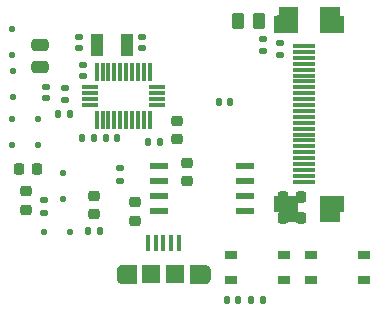
<source format=gbr>
%TF.GenerationSoftware,KiCad,Pcbnew,9.0.0*%
%TF.CreationDate,2025-05-02T09:45:38-07:00*%
%TF.ProjectId,OuterBoard_4.1,4f757465-7242-46f6-9172-645f342e312e,rev?*%
%TF.SameCoordinates,Original*%
%TF.FileFunction,Paste,Top*%
%TF.FilePolarity,Positive*%
%FSLAX46Y46*%
G04 Gerber Fmt 4.6, Leading zero omitted, Abs format (unit mm)*
G04 Created by KiCad (PCBNEW 9.0.0) date 2025-05-02 09:45:38*
%MOMM*%
%LPD*%
G01*
G04 APERTURE LIST*
G04 Aperture macros list*
%AMRoundRect*
0 Rectangle with rounded corners*
0 $1 Rounding radius*
0 $2 $3 $4 $5 $6 $7 $8 $9 X,Y pos of 4 corners*
0 Add a 4 corners polygon primitive as box body*
4,1,4,$2,$3,$4,$5,$6,$7,$8,$9,$2,$3,0*
0 Add four circle primitives for the rounded corners*
1,1,$1+$1,$2,$3*
1,1,$1+$1,$4,$5*
1,1,$1+$1,$6,$7*
1,1,$1+$1,$8,$9*
0 Add four rect primitives between the rounded corners*
20,1,$1+$1,$2,$3,$4,$5,0*
20,1,$1+$1,$4,$5,$6,$7,0*
20,1,$1+$1,$6,$7,$8,$9,0*
20,1,$1+$1,$8,$9,$2,$3,0*%
G04 Aperture macros list end*
%ADD10C,0.010000*%
%ADD11RoundRect,0.225000X0.250000X-0.225000X0.250000X0.225000X-0.250000X0.225000X-0.250000X-0.225000X0*%
%ADD12RoundRect,0.225000X0.225000X0.250000X-0.225000X0.250000X-0.225000X-0.250000X0.225000X-0.250000X0*%
%ADD13R,1.549400X0.558800*%
%ADD14RoundRect,0.140000X0.140000X0.170000X-0.140000X0.170000X-0.140000X-0.170000X0.140000X-0.170000X0*%
%ADD15RoundRect,0.140000X0.170000X-0.140000X0.170000X0.140000X-0.170000X0.140000X-0.170000X-0.140000X0*%
%ADD16RoundRect,0.218750X-0.256250X0.218750X-0.256250X-0.218750X0.256250X-0.218750X0.256250X0.218750X0*%
%ADD17RoundRect,0.135000X0.185000X-0.135000X0.185000X0.135000X-0.185000X0.135000X-0.185000X-0.135000X0*%
%ADD18R,1.968000X0.312000*%
%ADD19R,1.968000X0.300000*%
%ADD20RoundRect,0.125000X-0.125000X0.125000X-0.125000X-0.125000X0.125000X-0.125000X0.125000X0.125000X0*%
%ADD21RoundRect,0.225000X-0.225000X-0.250000X0.225000X-0.250000X0.225000X0.250000X-0.225000X0.250000X0*%
%ADD22RoundRect,0.135000X-0.185000X0.135000X-0.185000X-0.135000X0.185000X-0.135000X0.185000X0.135000X0*%
%ADD23RoundRect,0.135000X-0.135000X-0.185000X0.135000X-0.185000X0.135000X0.185000X-0.135000X0.185000X0*%
%ADD24RoundRect,0.147500X0.147500X0.172500X-0.147500X0.172500X-0.147500X-0.172500X0.147500X-0.172500X0*%
%ADD25RoundRect,0.250000X0.262500X0.450000X-0.262500X0.450000X-0.262500X-0.450000X0.262500X-0.450000X0*%
%ADD26RoundRect,0.140000X-0.140000X-0.170000X0.140000X-0.170000X0.140000X0.170000X-0.140000X0.170000X0*%
%ADD27RoundRect,0.135000X0.135000X0.185000X-0.135000X0.185000X-0.135000X-0.185000X0.135000X-0.185000X0*%
%ADD28R,0.300000X1.494000*%
%ADD29R,1.456000X0.300000*%
%ADD30RoundRect,0.225000X-0.250000X0.225000X-0.250000X-0.225000X0.250000X-0.225000X0.250000X0.225000X0*%
%ADD31RoundRect,0.125000X-0.125000X-0.125000X0.125000X-0.125000X0.125000X0.125000X-0.125000X0.125000X0*%
%ADD32R,0.400000X1.350000*%
%ADD33R,1.500000X1.550000*%
%ADD34R,1.100000X1.900000*%
%ADD35RoundRect,0.250000X0.475000X-0.250000X0.475000X0.250000X-0.475000X0.250000X-0.475000X-0.250000X0*%
%ADD36R,0.990600X0.711200*%
G04 APERTURE END LIST*
D10*
%TO.C,J10*%
X146006000Y-98620000D02*
X144406000Y-98620000D01*
X144406000Y-97820000D01*
X144056000Y-97820000D01*
X144056000Y-96520000D01*
X146006000Y-96520000D01*
X146006000Y-98620000D01*
G36*
X146006000Y-98620000D02*
G01*
X144406000Y-98620000D01*
X144406000Y-97820000D01*
X144056000Y-97820000D01*
X144056000Y-96520000D01*
X146006000Y-96520000D01*
X146006000Y-98620000D01*
G37*
X146006000Y-82620000D02*
X144056000Y-82620000D01*
X144056000Y-81320000D01*
X144406000Y-81320000D01*
X144406000Y-80520000D01*
X146006000Y-80520000D01*
X146006000Y-82620000D01*
G36*
X146006000Y-82620000D02*
G01*
X144056000Y-82620000D01*
X144056000Y-81320000D01*
X144406000Y-81320000D01*
X144406000Y-80520000D01*
X146006000Y-80520000D01*
X146006000Y-82620000D01*
G37*
X149867000Y-97821000D02*
X149517000Y-97821000D01*
X149517000Y-98621000D01*
X147917000Y-98621000D01*
X147917000Y-96521000D01*
X149867000Y-96521000D01*
X149867000Y-97821000D01*
G36*
X149867000Y-97821000D02*
G01*
X149517000Y-97821000D01*
X149517000Y-98621000D01*
X147917000Y-98621000D01*
X147917000Y-96521000D01*
X149867000Y-96521000D01*
X149867000Y-97821000D01*
G37*
X149517000Y-81321000D02*
X149867000Y-81321000D01*
X149867000Y-82621000D01*
X147917000Y-82621000D01*
X147917000Y-80521000D01*
X149517000Y-80521000D01*
X149517000Y-81321000D01*
G36*
X149517000Y-81321000D02*
G01*
X149867000Y-81321000D01*
X149867000Y-82621000D01*
X147917000Y-82621000D01*
X147917000Y-80521000D01*
X149517000Y-80521000D01*
X149517000Y-81321000D01*
G37*
%TO.C,J6*%
X132350000Y-103915000D02*
X131205000Y-103915000D01*
X131179000Y-103914000D01*
X131153000Y-103912000D01*
X131127000Y-103909000D01*
X131101000Y-103904000D01*
X131076000Y-103898000D01*
X131050000Y-103891000D01*
X131026000Y-103882000D01*
X131002000Y-103872000D01*
X130978000Y-103861000D01*
X130955000Y-103848000D01*
X130933000Y-103834000D01*
X130911000Y-103820000D01*
X130890000Y-103804000D01*
X130870000Y-103787000D01*
X130851000Y-103769000D01*
X130833000Y-103750000D01*
X130816000Y-103730000D01*
X130800000Y-103709000D01*
X130786000Y-103687000D01*
X130772000Y-103665000D01*
X130759000Y-103642000D01*
X130748000Y-103618000D01*
X130738000Y-103594000D01*
X130729000Y-103570000D01*
X130722000Y-103544000D01*
X130716000Y-103519000D01*
X130711000Y-103493000D01*
X130708000Y-103467000D01*
X130706000Y-103441000D01*
X130705000Y-103415000D01*
X130705000Y-102865000D01*
X130706000Y-102839000D01*
X130708000Y-102813000D01*
X130711000Y-102787000D01*
X130716000Y-102761000D01*
X130722000Y-102736000D01*
X130729000Y-102710000D01*
X130738000Y-102686000D01*
X130748000Y-102662000D01*
X130759000Y-102638000D01*
X130772000Y-102615000D01*
X130786000Y-102593000D01*
X130800000Y-102571000D01*
X130816000Y-102550000D01*
X130833000Y-102530000D01*
X130851000Y-102511000D01*
X130870000Y-102493000D01*
X130890000Y-102476000D01*
X130911000Y-102460000D01*
X130933000Y-102446000D01*
X130955000Y-102432000D01*
X130978000Y-102419000D01*
X131002000Y-102408000D01*
X131026000Y-102398000D01*
X131050000Y-102389000D01*
X131076000Y-102382000D01*
X131101000Y-102376000D01*
X131127000Y-102371000D01*
X131153000Y-102368000D01*
X131179000Y-102366000D01*
X131205000Y-102365000D01*
X132350000Y-102365000D01*
X132350000Y-103915000D01*
G36*
X132350000Y-103915000D02*
G01*
X131205000Y-103915000D01*
X131179000Y-103914000D01*
X131153000Y-103912000D01*
X131127000Y-103909000D01*
X131101000Y-103904000D01*
X131076000Y-103898000D01*
X131050000Y-103891000D01*
X131026000Y-103882000D01*
X131002000Y-103872000D01*
X130978000Y-103861000D01*
X130955000Y-103848000D01*
X130933000Y-103834000D01*
X130911000Y-103820000D01*
X130890000Y-103804000D01*
X130870000Y-103787000D01*
X130851000Y-103769000D01*
X130833000Y-103750000D01*
X130816000Y-103730000D01*
X130800000Y-103709000D01*
X130786000Y-103687000D01*
X130772000Y-103665000D01*
X130759000Y-103642000D01*
X130748000Y-103618000D01*
X130738000Y-103594000D01*
X130729000Y-103570000D01*
X130722000Y-103544000D01*
X130716000Y-103519000D01*
X130711000Y-103493000D01*
X130708000Y-103467000D01*
X130706000Y-103441000D01*
X130705000Y-103415000D01*
X130705000Y-102865000D01*
X130706000Y-102839000D01*
X130708000Y-102813000D01*
X130711000Y-102787000D01*
X130716000Y-102761000D01*
X130722000Y-102736000D01*
X130729000Y-102710000D01*
X130738000Y-102686000D01*
X130748000Y-102662000D01*
X130759000Y-102638000D01*
X130772000Y-102615000D01*
X130786000Y-102593000D01*
X130800000Y-102571000D01*
X130816000Y-102550000D01*
X130833000Y-102530000D01*
X130851000Y-102511000D01*
X130870000Y-102493000D01*
X130890000Y-102476000D01*
X130911000Y-102460000D01*
X130933000Y-102446000D01*
X130955000Y-102432000D01*
X130978000Y-102419000D01*
X131002000Y-102408000D01*
X131026000Y-102398000D01*
X131050000Y-102389000D01*
X131076000Y-102382000D01*
X131101000Y-102376000D01*
X131127000Y-102371000D01*
X131153000Y-102368000D01*
X131179000Y-102366000D01*
X131205000Y-102365000D01*
X132350000Y-102365000D01*
X132350000Y-103915000D01*
G37*
X138121000Y-102366000D02*
X138147000Y-102368000D01*
X138173000Y-102371000D01*
X138199000Y-102376000D01*
X138224000Y-102382000D01*
X138250000Y-102389000D01*
X138274000Y-102398000D01*
X138298000Y-102408000D01*
X138322000Y-102419000D01*
X138345000Y-102432000D01*
X138367000Y-102446000D01*
X138389000Y-102460000D01*
X138410000Y-102476000D01*
X138430000Y-102493000D01*
X138449000Y-102511000D01*
X138467000Y-102530000D01*
X138484000Y-102550000D01*
X138500000Y-102571000D01*
X138514000Y-102593000D01*
X138528000Y-102615000D01*
X138541000Y-102638000D01*
X138552000Y-102662000D01*
X138562000Y-102686000D01*
X138571000Y-102710000D01*
X138578000Y-102736000D01*
X138584000Y-102761000D01*
X138589000Y-102787000D01*
X138592000Y-102813000D01*
X138594000Y-102839000D01*
X138595000Y-102865000D01*
X138595000Y-103415000D01*
X138594000Y-103441000D01*
X138592000Y-103467000D01*
X138589000Y-103493000D01*
X138584000Y-103519000D01*
X138578000Y-103544000D01*
X138571000Y-103570000D01*
X138562000Y-103594000D01*
X138552000Y-103618000D01*
X138541000Y-103642000D01*
X138528000Y-103665000D01*
X138514000Y-103687000D01*
X138500000Y-103709000D01*
X138484000Y-103730000D01*
X138467000Y-103750000D01*
X138449000Y-103769000D01*
X138430000Y-103787000D01*
X138410000Y-103804000D01*
X138389000Y-103820000D01*
X138367000Y-103834000D01*
X138345000Y-103848000D01*
X138322000Y-103861000D01*
X138298000Y-103872000D01*
X138274000Y-103882000D01*
X138250000Y-103891000D01*
X138224000Y-103898000D01*
X138199000Y-103904000D01*
X138173000Y-103909000D01*
X138147000Y-103912000D01*
X138121000Y-103914000D01*
X138095000Y-103915000D01*
X136950000Y-103915000D01*
X136950000Y-102365000D01*
X138095000Y-102365000D01*
X138121000Y-102366000D01*
G36*
X138121000Y-102366000D02*
G01*
X138147000Y-102368000D01*
X138173000Y-102371000D01*
X138199000Y-102376000D01*
X138224000Y-102382000D01*
X138250000Y-102389000D01*
X138274000Y-102398000D01*
X138298000Y-102408000D01*
X138322000Y-102419000D01*
X138345000Y-102432000D01*
X138367000Y-102446000D01*
X138389000Y-102460000D01*
X138410000Y-102476000D01*
X138430000Y-102493000D01*
X138449000Y-102511000D01*
X138467000Y-102530000D01*
X138484000Y-102550000D01*
X138500000Y-102571000D01*
X138514000Y-102593000D01*
X138528000Y-102615000D01*
X138541000Y-102638000D01*
X138552000Y-102662000D01*
X138562000Y-102686000D01*
X138571000Y-102710000D01*
X138578000Y-102736000D01*
X138584000Y-102761000D01*
X138589000Y-102787000D01*
X138592000Y-102813000D01*
X138594000Y-102839000D01*
X138595000Y-102865000D01*
X138595000Y-103415000D01*
X138594000Y-103441000D01*
X138592000Y-103467000D01*
X138589000Y-103493000D01*
X138584000Y-103519000D01*
X138578000Y-103544000D01*
X138571000Y-103570000D01*
X138562000Y-103594000D01*
X138552000Y-103618000D01*
X138541000Y-103642000D01*
X138528000Y-103665000D01*
X138514000Y-103687000D01*
X138500000Y-103709000D01*
X138484000Y-103730000D01*
X138467000Y-103750000D01*
X138449000Y-103769000D01*
X138430000Y-103787000D01*
X138410000Y-103804000D01*
X138389000Y-103820000D01*
X138367000Y-103834000D01*
X138345000Y-103848000D01*
X138322000Y-103861000D01*
X138298000Y-103872000D01*
X138274000Y-103882000D01*
X138250000Y-103891000D01*
X138224000Y-103898000D01*
X138199000Y-103904000D01*
X138173000Y-103909000D01*
X138147000Y-103912000D01*
X138121000Y-103914000D01*
X138095000Y-103915000D01*
X136950000Y-103915000D01*
X136950000Y-102365000D01*
X138095000Y-102365000D01*
X138121000Y-102366000D01*
G37*
%TD*%
D11*
%TO.C,C32*%
X135850000Y-91735000D03*
X135850000Y-90185000D03*
%TD*%
D12*
%TO.C,C12*%
X146345000Y-96620000D03*
X144795000Y-96620000D03*
%TD*%
D13*
%TO.C,U2*%
X141572200Y-97805000D03*
X141572200Y-96535000D03*
X141572200Y-95265000D03*
X141572200Y-93995000D03*
X134307800Y-93995000D03*
X134307800Y-95265000D03*
X134307800Y-96535000D03*
X134307800Y-97805000D03*
%TD*%
D14*
%TO.C,R13*%
X140990000Y-105290000D03*
X140030000Y-105290000D03*
%TD*%
D15*
%TO.C,C31*%
X132827000Y-84032200D03*
X132827000Y-83072200D03*
%TD*%
D16*
%TO.C,D8*%
X122990000Y-96122500D03*
X122990000Y-97697500D03*
%TD*%
D17*
%TO.C,R6*%
X144540000Y-82470000D03*
X144540000Y-81450000D03*
%TD*%
D18*
%TO.C,J10*%
X146590000Y-83826000D03*
D19*
X146590000Y-84320000D03*
X146590000Y-84820000D03*
X146590000Y-85320000D03*
X146590000Y-85820000D03*
X146590000Y-86320000D03*
X146590000Y-86820000D03*
X146590000Y-87320000D03*
X146590000Y-87820000D03*
X146590000Y-88320000D03*
X146590000Y-88820000D03*
X146590000Y-89320000D03*
X146590000Y-89820000D03*
X146590000Y-90320000D03*
X146590000Y-90820000D03*
X146590000Y-91320000D03*
X146590000Y-91820000D03*
X146590000Y-92320000D03*
X146590000Y-92820000D03*
X146590000Y-93320000D03*
X146590000Y-93820000D03*
X146590000Y-94320000D03*
X146590000Y-94820000D03*
X146590000Y-95320000D03*
%TD*%
D20*
%TO.C,D2*%
X121890000Y-85922500D03*
X121890000Y-88122500D03*
%TD*%
D21*
%TO.C,C42*%
X122420000Y-94270000D03*
X123970000Y-94270000D03*
%TD*%
D20*
%TO.C,D3*%
X121880000Y-82372500D03*
X121880000Y-84572500D03*
%TD*%
D22*
%TO.C,R7*%
X144560000Y-83540000D03*
X144560000Y-84560000D03*
%TD*%
D16*
%TO.C,D13*%
X128790000Y-96482500D03*
X128790000Y-98057500D03*
%TD*%
D23*
%TO.C,R25*%
X128310000Y-99500000D03*
X129330000Y-99500000D03*
%TD*%
D24*
%TO.C,L2*%
X140330000Y-88530000D03*
X139360000Y-88530000D03*
%TD*%
D15*
%TO.C,C30*%
X127543800Y-84009400D03*
X127543800Y-83049400D03*
%TD*%
D25*
%TO.C,R8*%
X142782500Y-81710000D03*
X140957500Y-81710000D03*
%TD*%
D14*
%TO.C,C29*%
X130730000Y-91640000D03*
X129770000Y-91640000D03*
%TD*%
D12*
%TO.C,C14*%
X146350000Y-98350000D03*
X144800000Y-98350000D03*
%TD*%
D15*
%TO.C,C2*%
X124760000Y-88250000D03*
X124760000Y-87290000D03*
%TD*%
D22*
%TO.C,R22*%
X126370000Y-87370000D03*
X126370000Y-88390000D03*
%TD*%
%TO.C,R31*%
X131010000Y-94190000D03*
X131010000Y-95210000D03*
%TD*%
%TO.C,R9*%
X143070000Y-83250000D03*
X143070000Y-84270000D03*
%TD*%
D26*
%TO.C,R14*%
X142100000Y-105320000D03*
X143060000Y-105320000D03*
%TD*%
D27*
%TO.C,R18*%
X134344800Y-91935400D03*
X133324800Y-91935400D03*
%TD*%
D28*
%TO.C,U8*%
X129010000Y-86009200D03*
D29*
X128432000Y-87306200D03*
X128432000Y-87806200D03*
X128432000Y-88306200D03*
X128432000Y-88806200D03*
D28*
X129010000Y-90103200D03*
X129510000Y-90103200D03*
X130010000Y-90103200D03*
X130510000Y-90103200D03*
X131010000Y-90103200D03*
X131510000Y-90103200D03*
X132010000Y-90103200D03*
X132510000Y-90103200D03*
X133010000Y-90103200D03*
X133510000Y-90103200D03*
D29*
X134088000Y-88806200D03*
X134088000Y-88306200D03*
X134088000Y-87806200D03*
X134088000Y-87306200D03*
D28*
X133510000Y-86009200D03*
X133010000Y-86009200D03*
X132510000Y-86009200D03*
X132010000Y-86009200D03*
X131510000Y-86009200D03*
X131010000Y-86009200D03*
X130510000Y-86009200D03*
X130010000Y-86009200D03*
X129510000Y-86009200D03*
%TD*%
D30*
%TO.C,C38*%
X136670000Y-93705000D03*
X136670000Y-95255000D03*
%TD*%
D27*
%TO.C,R16*%
X126750000Y-89540000D03*
X125730000Y-89540000D03*
%TD*%
D31*
%TO.C,D1*%
X121840000Y-92220000D03*
X124040000Y-92220000D03*
%TD*%
D11*
%TO.C,C44*%
X132270000Y-98605000D03*
X132270000Y-97055000D03*
%TD*%
D22*
%TO.C,R23*%
X124560000Y-96900000D03*
X124560000Y-97920000D03*
%TD*%
D31*
%TO.C,D5*%
X124580000Y-99570000D03*
X126780000Y-99570000D03*
%TD*%
D27*
%TO.C,R17*%
X128770000Y-91640000D03*
X127750000Y-91640000D03*
%TD*%
D31*
%TO.C,D6*%
X121842500Y-89970000D03*
X124042500Y-89970000D03*
%TD*%
D32*
%TO.C,J6*%
X133350000Y-100465000D03*
X134000000Y-100465000D03*
X134650000Y-100465000D03*
X135300000Y-100465000D03*
X135950000Y-100465000D03*
D33*
X135650000Y-103140000D03*
X133650000Y-103140000D03*
%TD*%
D34*
%TO.C,Y1*%
X131550000Y-83770000D03*
X129050000Y-83770000D03*
%TD*%
D35*
%TO.C,C1*%
X124230000Y-85630000D03*
X124230000Y-83730000D03*
%TD*%
D36*
%TO.C,SW3*%
X140389999Y-101485001D03*
X144890001Y-101485001D03*
X140389999Y-103634999D03*
X144890001Y-103634999D03*
%TD*%
D20*
%TO.C,D4*%
X126200000Y-94600000D03*
X126200000Y-96800000D03*
%TD*%
D36*
%TO.C,SW1*%
X147160799Y-101506501D03*
X151660801Y-101506501D03*
X147160799Y-103656499D03*
X151660801Y-103656499D03*
%TD*%
D15*
%TO.C,C28*%
X127840400Y-86370200D03*
X127840400Y-85410200D03*
%TD*%
M02*

</source>
